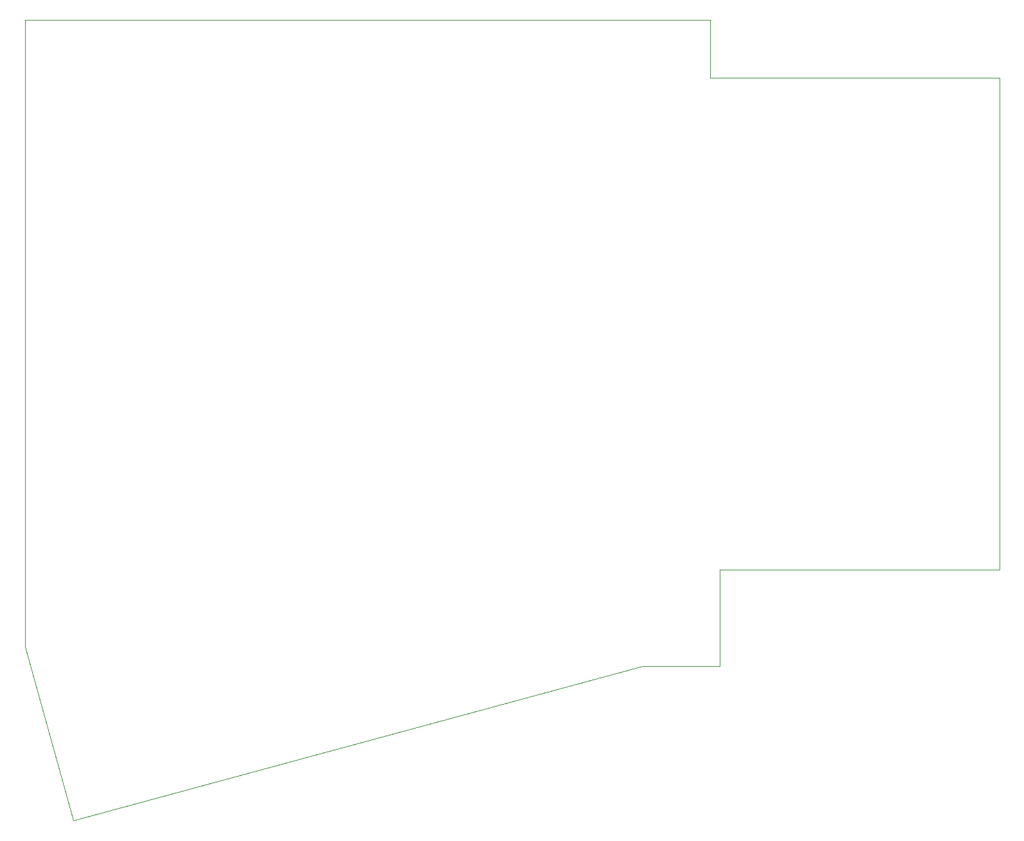
<source format=gm1>
G04 #@! TF.GenerationSoftware,KiCad,Pcbnew,(5.1.4)-1*
G04 #@! TF.CreationDate,2021-10-17T20:34:11-04:00*
G04 #@! TF.ProjectId,a44key-pcb,6134346b-6579-42d7-9063-622e6b696361,rev?*
G04 #@! TF.SameCoordinates,Original*
G04 #@! TF.FileFunction,Profile,NP*
%FSLAX46Y46*%
G04 Gerber Fmt 4.6, Leading zero omitted, Abs format (unit mm)*
G04 Created by KiCad (PCBNEW (5.1.4)-1) date 2021-10-17 20:34:11*
%MOMM*%
%LPD*%
G04 APERTURE LIST*
%ADD10C,0.100000*%
G04 APERTURE END LIST*
D10*
X73660000Y-50800000D02*
X73660000Y-69850000D01*
X163830000Y-50800000D02*
X73660000Y-50800000D01*
X163830000Y-58420000D02*
X163830000Y-50800000D01*
X201930000Y-58420000D02*
X163830000Y-58420000D01*
X201930000Y-123190000D02*
X201930000Y-58420000D01*
X165100000Y-123190000D02*
X201930000Y-123190000D01*
X165100000Y-135890000D02*
X165100000Y-123190000D01*
X154940000Y-135890000D02*
X165100000Y-135890000D01*
X80010000Y-156210000D02*
X154940000Y-135890000D01*
X73660000Y-133350000D02*
X80010000Y-156210000D01*
X73660000Y-69850000D02*
X73660000Y-133350000D01*
M02*

</source>
